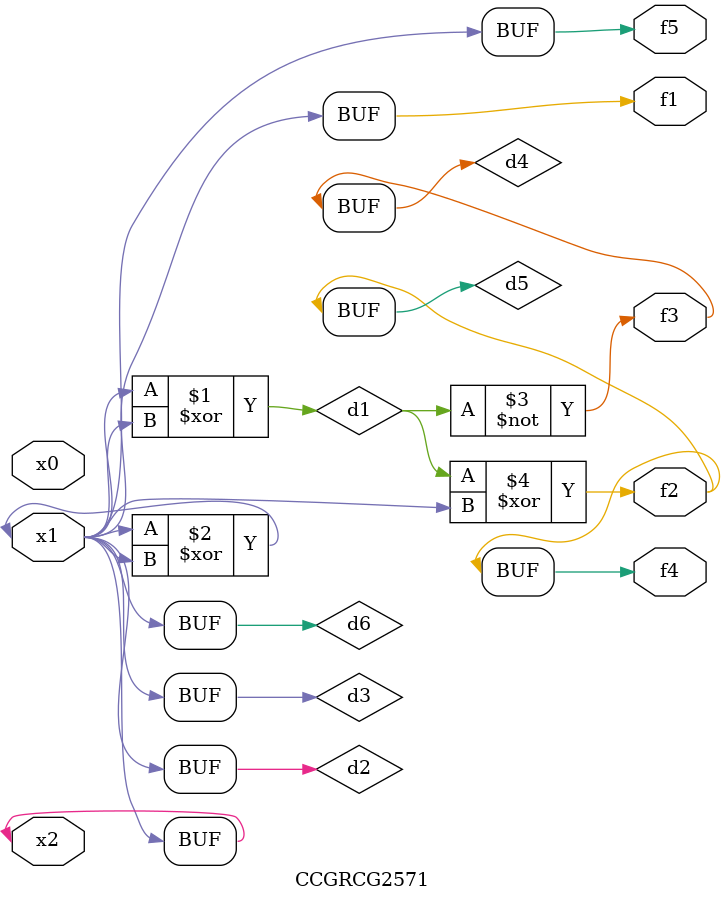
<source format=v>
module CCGRCG2571(
	input x0, x1, x2,
	output f1, f2, f3, f4, f5
);

	wire d1, d2, d3, d4, d5, d6;

	xor (d1, x1, x2);
	buf (d2, x1, x2);
	xor (d3, x1, x2);
	nor (d4, d1);
	xor (d5, d1, d2);
	buf (d6, d2, d3);
	assign f1 = d6;
	assign f2 = d5;
	assign f3 = d4;
	assign f4 = d5;
	assign f5 = d6;
endmodule

</source>
